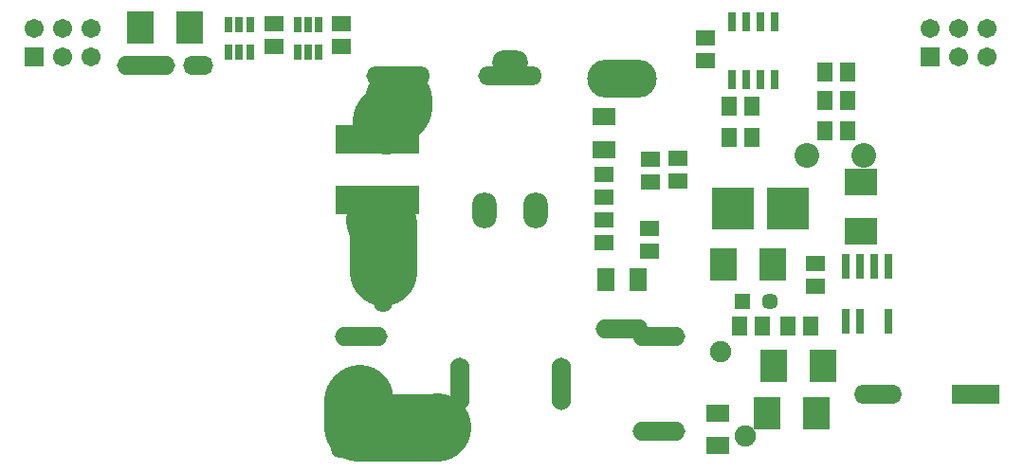
<source format=gts>
G04 Layer_Color=8388736*
%FSLAX44Y44*%
%MOMM*%
G71*
G01*
G75*
%ADD53C,6.0000*%
%ADD54R,0.8032X1.4032*%
%ADD55R,0.8032X2.2032*%
%ADD56R,7.5532X2.6032*%
%ADD57R,3.7032X3.7032*%
%ADD58R,2.3622X2.9462*%
%ADD59R,2.9462X2.3622*%
%ADD60R,1.4732X1.8034*%
%ADD61R,1.8034X1.4732*%
%ADD62R,2.0532X1.5032*%
%ADD63O,4.2672X1.7032*%
%ADD64R,4.2672X1.7032*%
%ADD65R,0.7112X1.7272*%
%ADD66R,1.5032X2.0532*%
%ADD67R,1.7032X1.7032*%
%ADD68C,1.7032*%
%ADD69O,4.7032X1.7032*%
%ADD70O,1.7032X4.7032*%
%ADD71O,2.2032X3.2032*%
%ADD72O,3.2032X2.2032*%
%ADD73O,6.2032X3.4032*%
%ADD74O,5.7032X1.7032*%
%ADD75C,2.2032*%
%ADD76R,1.4532X1.4532*%
%ADD77C,1.4532*%
%ADD78C,1.9032*%
%ADD79O,1.7032X6.7032*%
%ADD80O,5.2032X1.7032*%
%ADD81O,2.7032X1.7032*%
D53*
X325628Y-45070D02*
Y-37704D01*
X314198Y-56500D02*
X325628Y-45070D01*
X311658Y-191882D02*
Y-148702D01*
X308102Y-145146D02*
X311658Y-148702D01*
X289052Y-330566D02*
Y-306182D01*
Y-330566D02*
X359918D01*
X360426Y-330058D01*
X289052Y-306182D02*
X290576Y-304658D01*
D54*
X254356Y29152D02*
D03*
X244856D02*
D03*
X235356D02*
D03*
Y4152D02*
D03*
X244856D02*
D03*
X254356D02*
D03*
X192888D02*
D03*
X183388D02*
D03*
X173888D02*
D03*
Y29152D02*
D03*
X183388D02*
D03*
X192888D02*
D03*
D55*
X724916Y-236056D02*
D03*
X737616D02*
D03*
X763016D02*
D03*
X724916Y-187056D02*
D03*
X737616D02*
D03*
X750316D02*
D03*
X763016D02*
D03*
D56*
X306832Y-73446D02*
D03*
Y-127946D02*
D03*
D57*
X624510Y-134970D02*
D03*
X673510D02*
D03*
D58*
X660652Y-275448D02*
D03*
X704852D02*
D03*
X615440Y-185532D02*
D03*
X659640D02*
D03*
X698500Y-318120D02*
D03*
X654300D02*
D03*
X138942Y26812D02*
D03*
X94742D02*
D03*
D59*
X738124Y-155816D02*
D03*
Y-111616D02*
D03*
D60*
X706120Y-65644D02*
D03*
X726440D02*
D03*
X673354Y-240396D02*
D03*
X693674D02*
D03*
X629920Y-240142D02*
D03*
X650240D02*
D03*
X621030Y-71740D02*
D03*
X641350D02*
D03*
X706120Y-38720D02*
D03*
X726440D02*
D03*
X641350Y-43800D02*
D03*
X621030D02*
D03*
X706120Y-13320D02*
D03*
X726440D02*
D03*
D61*
X697484Y-205090D02*
D03*
Y-184770D02*
D03*
X214630Y29860D02*
D03*
Y9540D02*
D03*
X274320Y29860D02*
D03*
Y9540D02*
D03*
X550672Y-111872D02*
D03*
Y-91552D02*
D03*
X509270Y-104760D02*
D03*
Y-125080D02*
D03*
X549910Y-173340D02*
D03*
Y-153020D02*
D03*
X575310Y-90790D02*
D03*
Y-111110D02*
D03*
X599440Y17160D02*
D03*
Y-3160D02*
D03*
X509270Y-165720D02*
D03*
Y-145400D02*
D03*
D62*
X610362Y-347098D02*
D03*
Y-318098D02*
D03*
X509016Y-53408D02*
D03*
Y-82408D02*
D03*
D63*
X753618Y-301610D02*
D03*
D64*
X841248D02*
D03*
D65*
X623570Y31765D02*
D03*
X636270D02*
D03*
X648970D02*
D03*
X661670D02*
D03*
Y-20305D02*
D03*
X648970D02*
D03*
X636270D02*
D03*
X623570D02*
D03*
D66*
X510750Y-198740D02*
D03*
X539750D02*
D03*
D67*
X0Y0D02*
D03*
X800100D02*
D03*
D68*
X0Y25400D02*
D03*
X25400Y0D02*
D03*
Y25400D02*
D03*
X50800Y0D02*
D03*
Y25400D02*
D03*
X800100D02*
D03*
X825500Y0D02*
D03*
Y25400D02*
D03*
X850900Y0D02*
D03*
Y25400D02*
D03*
D69*
X525451Y-242847D02*
D03*
X292453Y-334605D02*
D03*
X292453Y-249605D02*
D03*
X558448D02*
D03*
X558448Y-334605D02*
D03*
D70*
X379950Y-292097D02*
D03*
X470950D02*
D03*
D71*
X402450Y-136597D02*
D03*
X448451D02*
D03*
D72*
X425451Y-4884D02*
D03*
D73*
X524942Y-19668D02*
D03*
D74*
X424942Y-16368D02*
D03*
X324942D02*
D03*
D75*
X690118Y-87488D02*
D03*
X740918D02*
D03*
D76*
X632460Y-218298D02*
D03*
D77*
X657460D02*
D03*
D78*
X613000Y-263440D02*
D03*
X635000Y-338440D02*
D03*
D79*
X311950Y-194610D02*
D03*
X273950Y-325110D02*
D03*
D80*
X100450Y-7110D02*
D03*
D81*
X146950D02*
D03*
M02*

</source>
